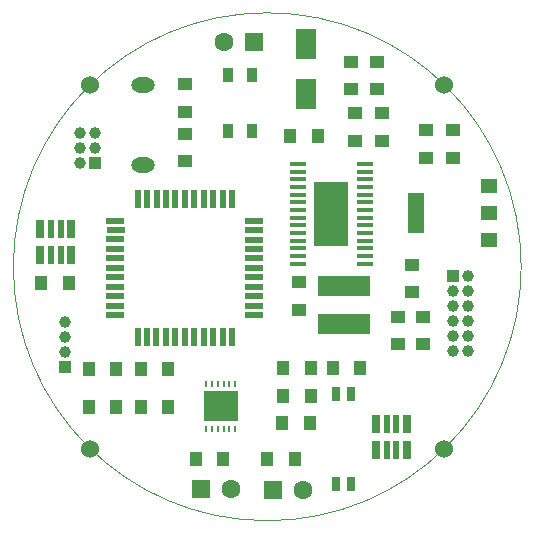
<source format=gbr>
*
*
G04 PADS 9.3 Build Number: 433611 generated Gerber (RS-274-X) file*
G04 PC Version=2.1*
*
%IN "LDC_Layout_20161209.pcb"*%
*
%MOIN*%
*
%FSLAX35Y35*%
*
*
*
*
G04 PC Standard Apertures*
*
*
G04 Thermal Relief Aperture macro.*
%AMTER*
1,1,$1,0,0*
1,0,$1-$2,0,0*
21,0,$3,$4,0,0,45*
21,0,$3,$4,0,0,135*
%
*
*
G04 Annular Aperture macro.*
%AMANN*
1,1,$1,0,0*
1,0,$2,0,0*
%
*
*
G04 Odd Aperture macro.*
%AMODD*
1,1,$1,0,0*
1,0,$1-0.005,0,0*
%
*
*
G04 PC Custom Aperture Macros*
*
*
*
*
*
*
G04 PC Aperture Table*
*
%ADD010C,0.001*%
%ADD012R,0.05903X0.01967*%
%ADD013R,0.01967X0.05903*%
%ADD014R,0.05709X0.01378*%
%ADD015R,0.11811X0.21654*%
%ADD016R,0.00984X0.02362*%
%ADD017R,0.11811X0.10236*%
%ADD018R,0.0689X0.10433*%
%ADD019R,0.05118X0.04134*%
%ADD020R,0.04134X0.05118*%
%ADD021R,0.0551X0.04723*%
%ADD022R,0.0551X0.13777*%
%ADD023R,0.177X0.069*%
%ADD024O,0.07874X0.05118*%
%ADD025C,0.06*%
%ADD026R,0.02992X0.05*%
%ADD027R,0.0374X0.04921*%
%ADD028R,0.03937X0.03937*%
%ADD029C,0.03937*%
%ADD030R,0.06297X0.06297*%
%ADD031C,0.06297*%
%ADD032R,0.026X0.059*%
%ADD033R,0.02X0.059*%
%ADD041C,0.00394*%
*
*
*
*
G04 PC Circuitry*
G04 Layer Name LDC_Layout_20161209.pcb - circuitry*
%LPD*%
*
*
G04 PC Custom Flashes*
G04 Layer Name LDC_Layout_20161209.pcb - flashes*
%LPD*%
*
*
G04 PC Circuitry*
G04 Layer Name LDC_Layout_20161209.pcb - circuitry*
%LPD*%
*
G54D10*
G54D12*
G01X343079Y409088D03*
X343117Y405940D03*
X343079Y402792D03*
Y399642D03*
Y396492D03*
Y393343D03*
Y390152D03*
Y387043D03*
Y383895D03*
Y380745D03*
Y377557D03*
X389335D03*
Y380705D03*
Y383855D03*
Y387005D03*
Y390152D03*
Y393303D03*
Y396452D03*
Y399602D03*
Y402752D03*
Y405902D03*
Y409050D03*
G54D13*
X350479Y370193D03*
X353627D03*
X356777D03*
X360005D03*
X363075D03*
X366225D03*
X369375D03*
X372524D03*
X375674D03*
X378824D03*
X381974D03*
X381985Y416430D03*
X378832D03*
X375684D03*
X372535D03*
X369387D03*
X366235D03*
X363087D03*
X359939D03*
X356789D03*
X353637D03*
X350489D03*
G54D14*
X403937Y427953D03*
Y425394D03*
Y422835D03*
Y420276D03*
Y417717D03*
Y415157D03*
Y412598D03*
Y410039D03*
Y407480D03*
Y404921D03*
Y402362D03*
Y399803D03*
Y397244D03*
Y394685D03*
X426181D03*
Y397244D03*
Y399803D03*
Y402362D03*
Y404921D03*
Y407480D03*
Y410039D03*
Y412598D03*
Y415157D03*
Y417717D03*
Y420276D03*
Y422835D03*
Y425394D03*
Y427953D03*
G54D15*
X415059Y411319D03*
G54D16*
X383071Y354724D03*
X381102D03*
X379134D03*
X377165D03*
X375197D03*
X373228D03*
Y339764D03*
X375197D03*
X377165D03*
X379134D03*
X381102D03*
X383071D03*
G54D17*
X378150Y347244D03*
G54D18*
X406693Y468110D03*
Y451181D03*
G54D19*
X366339Y445374D03*
Y454626D03*
X421457Y452854D03*
Y462106D03*
X441929Y394390D03*
Y385138D03*
X455709Y439272D03*
Y430020D03*
X446457Y439272D03*
Y430020D03*
X437402Y367815D03*
Y377067D03*
X422835Y444980D03*
Y435728D03*
X431890Y444980D03*
Y435728D03*
X445472Y367815D03*
Y377067D03*
X404134Y379429D03*
Y388681D03*
X366142Y438091D03*
Y428839D03*
X430315Y462106D03*
Y452854D03*
G54D20*
X401280Y437205D03*
X410531D03*
X408169Y359843D03*
X398917D03*
X351476Y359646D03*
X360728D03*
X318406Y388189D03*
X327657D03*
X351476Y346850D03*
X360728D03*
X415453Y359843D03*
X424705D03*
X408169Y350591D03*
X398917D03*
X407972Y341732D03*
X398720D03*
X379035Y329724D03*
X369783D03*
X402854D03*
X393602D03*
X343406Y346850D03*
X334154D03*
X343406Y359646D03*
X334154D03*
G54D21*
X467717Y402559D03*
Y411612D03*
Y420667D03*
G54D22*
X443308Y411612D03*
G54D23*
X419291Y387303D03*
Y374508D03*
G54D24*
X352165Y454134D03*
Y427756D03*
G54D25*
X334646Y333071D03*
X452756Y454331D03*
Y333071D03*
X334646Y454331D03*
G54D26*
X416732Y351181D03*
Y321260D03*
X421732Y351181D03*
Y321260D03*
G54D27*
X388583Y457677D03*
X380709D03*
Y438976D03*
X388583D03*
G54D28*
X326181Y360236D03*
X336417Y428150D03*
X455512Y390551D03*
G54D29*
X326181Y365236D03*
Y370236D03*
Y375236D03*
X331417Y428150D03*
X336417Y433150D03*
X331417D03*
X336417Y438150D03*
X331417D03*
X455512Y385551D03*
Y380551D03*
Y375551D03*
Y370551D03*
Y365551D03*
X460512D03*
Y370551D03*
Y375551D03*
Y380551D03*
Y385551D03*
Y390551D03*
G54D30*
X389370Y468701D03*
X371654Y319488D03*
X395669Y319291D03*
G54D31*
X379370Y468701D03*
X381654Y319488D03*
X405669Y319291D03*
G54D32*
X328348Y406269D03*
X318108D03*
Y397669D03*
X328348D03*
X440159Y341308D03*
X429919D03*
Y332708D03*
X440159D03*
G54D33*
X324798Y406269D03*
X321658D03*
Y397669D03*
X324798D03*
X436609Y341308D03*
X433469D03*
Y332708D03*
X436609D03*
G54D41*
X478346Y393701D02*
G75*
G03X478346I-84645J0D01*
G74*
G01X0Y0D02*
M02*

</source>
